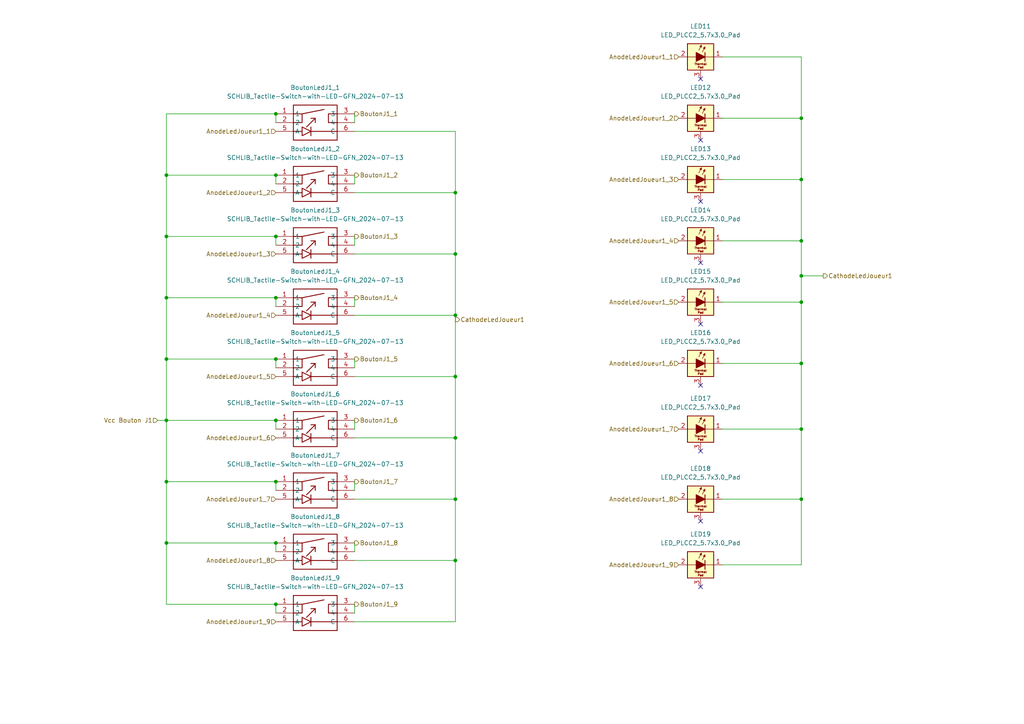
<source format=kicad_sch>
(kicad_sch (version 20231120) (generator "eeschema") (generator_version "8.0")
  (paper "A4")
  (lib_symbols
    (symbol "6MM SWITCH WITH LED GFN:SCHLIB_Tactile-Switch-with-LED-GFN_2024-07-13"
      (property "Reference" "S10" (at 6.35 5.08 0))
      (property "Value" "SCHLIB_Tactile-Switch-with-LED-GFN_2024-07-13" (at 6.35 2.54 0))
      (symbol "SCHLIB_Tactile-Switch-with-LED-GFN_2024-07-13_0_0"
        (polyline (pts (xy 2.54 -7.62) (xy 0 -7.62)) (stroke (width 0.254)))
        (polyline (pts (xy 2.54 -2.54) (xy 8.89 -1.27)) (stroke (width 0.254)))
        (polyline (pts (xy 5.08 -7.62) (xy 12.7 -7.62)) (stroke (width 0.254)))
        (polyline (pts (xy 5.08 -6.35) (xy 5.08 -8.89)) (stroke (width 0.254)))
        (polyline (pts (xy 6.35 -3.81) (xy 6.35 -5.08)) (stroke (width 0.254)))
        (polyline (pts (xy 3.81 -6.35) (xy 6.35 -3.81) (xy 5.08 -3.81)) (stroke (width 0.254)))
        (polyline (pts (xy 0 -2.54) (xy 2.54 -2.54) (xy 2.54 -5.08) (xy 0 -5.08)) (stroke (width 0.254)))
        (polyline (pts (xy 2.54 -6.35) (xy 5.08 -7.62) (xy 2.54 -8.89) (xy 2.54 -6.35)) (stroke (width 0.254)))
        (polyline (pts (xy 12.7 -2.54) (xy 10.16 -2.54) (xy 10.16 -5.08) (xy 12.7 -5.08)) (stroke (width 0.254)))
        (rectangle (start 0 0) (end 12.7 -10.16) (stroke (width 0.254)))
      )
      (symbol "SCHLIB_Tactile-Switch-with-LED-GFN_2024-07-13_1_0"
        (pin bidirectional line (at -5.08 -2.54 0) (length 5.08) (name "1") (number "1"))
        (pin bidirectional line (at -5.08 -5.08 0) (length 5.08) (name "2") (number "2"))
        (pin bidirectional line (at 17.78 -2.54 180) (length 5.08) (name "3") (number "3"))
        (pin bidirectional line (at 17.78 -5.08 180) (length 5.08) (name "4") (number "4"))
        (pin passive line (at -5.08 -7.62 0) (length 5.08) (name "A") (number "5"))
        (pin passive line (at 17.78 -7.62 180) (length 5.08) (name "C") (number "6"))
      )
    )
    (symbol "PCM_LED_AKL:LED_PLCC2_5.7x3.0_Pad" (pin_names (offset 1.016) hide)
      (property "Reference" "LED" (at 0 7.62 0))
      (property "Value" "LED_PLCC2_5.7x3.0_Pad" (at 0 5.08 0))
      (symbol "LED_PLCC2_5.7x3.0_Pad_0_1"
        (polyline (pts (xy -0.508 1.905) (xy 0.254 3.429)) (stroke (width 0.1524)))
        (polyline (pts (xy 0.508 1.397) (xy 1.27 2.921)) (stroke (width 0.1524)))
        (polyline (pts (xy 1.27 1.27) (xy 1.27 -1.27)) (stroke (width 0.254)))
        (polyline (pts (xy 0.254 2.794) (xy -0.254 3.048) (xy 0.254 3.429) (xy 0.254 2.794)) (fill (type outline)))
        (polyline (pts (xy 1.27 2.286) (xy 0.762 2.54) (xy 1.27 2.921) (xy 1.27 2.286)) (stroke (width 0.1524)) (fill (type outline)))
      )
      (symbol "LED_PLCC2_5.7x3.0_Pad_0_2"
        (polyline (pts (xy -2.54 -2.54) (xy -0.889 -0.889)))
        (polyline (pts (xy -1.651 0.889) (xy -2.159 2.413)))
        (polyline (pts (xy -0.508 1.27) (xy -1.016 2.794)))
        (polyline (pts (xy 0 1.778) (xy 1.778 0)) (stroke (width 0.254)))
        (polyline (pts (xy 0.889 0.889) (xy 2.54 2.54)))
        (polyline (pts (xy -2.159 2.413) (xy -2.286 1.778) (xy -1.6764 1.9812) (xy -2.159 2.413)) (fill (type outline)))
        (polyline (pts (xy -1.016 2.794) (xy -1.143 2.159) (xy -0.5334 2.3622) (xy -1.016 2.794)) (fill (type outline)))
        (polyline (pts (xy -0.889 -0.889) (xy -1.778 0) (xy 0.889 0.889) (xy 0 -1.778) (xy -0.889 -0.889)) (stroke (width 0.254)) (fill (type color) (color 255 255 255 1)))
      )
      (symbol "LED_PLCC2_5.7x3.0_Pad_1_1"
        (rectangle (start -3.81 3.81) (end 3.81 -3.81) (stroke (width 0.254)) (fill (type background)))
        (polyline (pts (xy -3.81 0) (xy -1.27 0)))
        (polyline (pts (xy 1.27 0) (xy 3.81 0)))
        (polyline (pts (xy -1.27 1.27) (xy -1.27 -1.27) (xy 1.27 0) (xy -1.27 1.27)) (stroke (width 0.254)) (fill (type outline)))
        (text "Thermal\nPad" (at 0 -2.54 0) (effects (font (size 0.6 0.6))))
        (pin passive line (at 6.35 0 180) (length 2.54) (name "K") (number "1"))
        (pin passive line (at -6.35 0 0) (length 2.54) (name "A") (number "2"))
        (pin passive line (at 0 -6.35 90) (length 2.54) (name "PAD") (number "3"))
      )
      (symbol "LED_PLCC2_5.7x3.0_Pad_1_2"
        (pin passive line (at 2.54 2.54 180) (length 0) (name "K") (number "1"))
        (pin passive line (at -2.54 -2.54 0) (length 0) (name "A") (number "2"))
      )
    )
  )
  (junction (at 132.08 73.66))
  (junction (at 48.26 157.48))
  (junction (at 132.08 91.44))
  (junction (at 132.08 109.22))
  (junction (at 48.26 139.7))
  (junction (at 232.41 69.85))
  (junction (at 232.41 105.41))
  (junction (at 48.26 50.8))
  (junction (at 80.01 68.58))
  (junction (at 132.08 127))
  (junction (at 80.01 121.92))
  (junction (at 232.41 124.46))
  (junction (at 232.41 144.78))
  (junction (at 232.41 52.07))
  (junction (at 80.01 86.36))
  (junction (at 48.26 86.36))
  (junction (at 132.08 55.88))
  (junction (at 48.26 68.58))
  (junction (at 132.08 162.56))
  (junction (at 232.41 80.01))
  (junction (at 80.01 139.7))
  (junction (at 80.01 50.8))
  (junction (at 80.01 104.14))
  (junction (at 132.08 144.78))
  (junction (at 48.26 121.92))
  (junction (at 48.26 104.14))
  (junction (at 232.41 87.63))
  (junction (at 80.01 33.02))
  (junction (at 80.01 175.26))
  (junction (at 80.01 157.48))
  (junction (at 232.41 34.29))
  (no_connect (at 203.2 151.13))
  (no_connect (at 203.2 170.18))
  (no_connect (at 203.2 130.81))
  (no_connect (at 203.2 40.64))
  (no_connect (at 203.2 93.98))
  (no_connect (at 203.2 111.76))
  (no_connect (at 203.2 76.2))
  (no_connect (at 203.2 22.86))
  (no_connect (at 203.2 58.42))
  (wire (pts (xy 209.55 69.85) (xy 232.41 69.85)))
  (wire (pts (xy 232.41 52.07) (xy 232.41 69.85)))
  (wire (pts (xy 48.26 50.8) (xy 48.26 68.58)))
  (wire (pts (xy 209.55 34.29) (xy 232.41 34.29)))
  (wire (pts (xy 209.55 105.41) (xy 232.41 105.41)))
  (wire (pts (xy 102.87 86.36) (xy 102.87 88.9)))
  (wire (pts (xy 102.87 33.02) (xy 102.87 35.56)))
  (wire (pts (xy 48.26 104.14) (xy 80.01 104.14)))
  (wire (pts (xy 209.55 87.63) (xy 232.41 87.63)))
  (wire (pts (xy 209.55 124.46) (xy 232.41 124.46)))
  (wire (pts (xy 102.87 38.1) (xy 132.08 38.1)))
  (wire (pts (xy 48.26 104.14) (xy 48.26 121.92)))
  (wire (pts (xy 48.26 157.48) (xy 48.26 175.26)))
  (wire (pts (xy 102.87 127) (xy 132.08 127)))
  (wire (pts (xy 132.08 91.44) (xy 132.08 109.22)))
  (wire (pts (xy 48.26 33.02) (xy 48.26 50.8)))
  (wire (pts (xy 232.41 34.29) (xy 232.41 52.07)))
  (wire (pts (xy 232.41 87.63) (xy 232.41 80.01)))
  (wire (pts (xy 45.72 121.92) (xy 48.26 121.92)))
  (wire (pts (xy 209.55 163.83) (xy 232.41 163.83)))
  (wire (pts (xy 102.87 121.92) (xy 102.87 124.46)))
  (wire (pts (xy 102.87 109.22) (xy 132.08 109.22)))
  (wire (pts (xy 102.87 175.26) (xy 102.87 177.8)))
  (wire (pts (xy 102.87 68.58) (xy 102.87 71.12)))
  (wire (pts (xy 102.87 180.34) (xy 132.08 180.34)))
  (wire (pts (xy 102.87 157.48) (xy 102.87 160.02)))
  (wire (pts (xy 48.26 50.8) (xy 80.01 50.8)))
  (wire (pts (xy 80.01 68.58) (xy 80.01 71.12)))
  (wire (pts (xy 102.87 139.7) (xy 102.87 142.24)))
  (wire (pts (xy 48.26 121.92) (xy 48.26 139.7)))
  (wire (pts (xy 132.08 38.1) (xy 132.08 55.88)))
  (wire (pts (xy 209.55 144.78) (xy 232.41 144.78)))
  (wire (pts (xy 209.55 16.51) (xy 232.41 16.51)))
  (wire (pts (xy 232.41 80.01) (xy 238.76 80.01)))
  (wire (pts (xy 48.26 86.36) (xy 48.26 104.14)))
  (wire (pts (xy 80.01 121.92) (xy 80.01 124.46)))
  (wire (pts (xy 80.01 50.8) (xy 80.01 53.34)))
  (wire (pts (xy 48.26 121.92) (xy 80.01 121.92)))
  (wire (pts (xy 102.87 55.88) (xy 132.08 55.88)))
  (wire (pts (xy 132.08 144.78) (xy 132.08 162.56)))
  (wire (pts (xy 80.01 86.36) (xy 80.01 88.9)))
  (wire (pts (xy 48.26 33.02) (xy 80.01 33.02)))
  (wire (pts (xy 132.08 73.66) (xy 132.08 91.44)))
  (wire (pts (xy 48.26 139.7) (xy 48.26 157.48)))
  (wire (pts (xy 132.08 127) (xy 132.08 144.78)))
  (wire (pts (xy 102.87 73.66) (xy 132.08 73.66)))
  (wire (pts (xy 132.08 180.34) (xy 132.08 162.56)))
  (wire (pts (xy 132.08 109.22) (xy 132.08 127)))
  (wire (pts (xy 102.87 162.56) (xy 132.08 162.56)))
  (wire (pts (xy 232.41 124.46) (xy 232.41 105.41)))
  (wire (pts (xy 102.87 144.78) (xy 132.08 144.78)))
  (wire (pts (xy 48.26 157.48) (xy 80.01 157.48)))
  (wire (pts (xy 80.01 175.26) (xy 80.01 177.8)))
  (wire (pts (xy 232.41 16.51) (xy 232.41 34.29)))
  (wire (pts (xy 48.26 68.58) (xy 80.01 68.58)))
  (wire (pts (xy 232.41 105.41) (xy 232.41 87.63)))
  (wire (pts (xy 102.87 91.44) (xy 132.08 91.44)))
  (wire (pts (xy 80.01 104.14) (xy 80.01 106.68)))
  (wire (pts (xy 48.26 86.36) (xy 80.01 86.36)))
  (wire (pts (xy 232.41 163.83) (xy 232.41 144.78)))
  (wire (pts (xy 48.26 68.58) (xy 48.26 86.36)))
  (wire (pts (xy 132.08 55.88) (xy 132.08 73.66)))
  (wire (pts (xy 48.26 139.7) (xy 80.01 139.7)))
  (wire (pts (xy 209.55 52.07) (xy 232.41 52.07)))
  (wire (pts (xy 80.01 139.7) (xy 80.01 142.24)))
  (wire (pts (xy 80.01 157.48) (xy 80.01 160.02)))
  (wire (pts (xy 102.87 104.14) (xy 102.87 106.68)))
  (wire (pts (xy 232.41 144.78) (xy 232.41 124.46)))
  (wire (pts (xy 102.87 50.8) (xy 102.87 53.34)))
  (wire (pts (xy 232.41 69.85) (xy 232.41 80.01)))
  (wire (pts (xy 80.01 175.26) (xy 48.26 175.26)))
  (wire (pts (xy 80.01 33.02) (xy 80.01 35.56)))
  (hierarchical_label "BoutonJ1_4" (shape output) (at 102.87 86.36 0))
  (hierarchical_label "CathodeLedJoueur1" (shape output) (at 132.08 92.71 0))
  (hierarchical_label "AnodeLedJoueur1_4" (shape input) (at 196.85 69.85 180))
  (hierarchical_label "BoutonJ1_8" (shape output) (at 102.87 157.48 0))
  (hierarchical_label "AnodeLedJoueur1_7" (shape input) (at 196.85 124.46 180))
  (hierarchical_label "Vcc Bouton J1" (shape input) (at 45.72 121.92 180))
  (hierarchical_label "BoutonJ1_2" (shape output) (at 102.87 50.8 0))
  (hierarchical_label "AnodeLedJoueur1_1" (shape input) (at 196.85 16.51 180))
  (hierarchical_label "CathodeLedJoueur1" (shape output) (at 238.76 80.01 0))
  (hierarchical_label "BoutonJ1_3" (shape output) (at 102.87 68.58 0))
  (hierarchical_label "AnodeLedJoueur1_2" (shape input) (at 196.85 34.29 180))
  (hierarchical_label "AnodeLedJoueur1_7" (shape input) (at 80.01 144.78 180))
  (hierarchical_label "AnodeLedJoueur1_5" (shape input) (at 196.85 87.63 180))
  (hierarchical_label "AnodeLedJoueur1_3" (shape input) (at 80.01 73.66 180))
  (hierarchical_label "BoutonJ1_1" (shape output) (at 102.87 33.02 0))
  (hierarchical_label "BoutonJ1_9" (shape output) (at 102.87 175.26 0))
  (hierarchical_label "AnodeLedJoueur1_5" (shape input) (at 80.01 109.22 180))
  (hierarchical_label "BoutonJ1_7" (shape output) (at 102.87 139.7 0))
  (hierarchical_label "AnodeLedJoueur1_9" (shape input) (at 196.85 163.83 180))
  (hierarchical_label "AnodeLedJoueur1_2" (shape input) (at 80.01 55.88 180))
  (hierarchical_label "AnodeLedJoueur1_9" (shape input) (at 80.01 180.34 180))
  (hierarchical_label "AnodeLedJoueur1_6" (shape input) (at 196.85 105.41 180))
  (hierarchical_label "AnodeLedJoueur1_8" (shape input) (at 196.85 144.78 180))
  (hierarchical_label "BoutonJ1_6" (shape output) (at 102.87 121.92 0))
  (hierarchical_label "AnodeLedJoueur1_1" (shape input) (at 80.01 38.1 180))
  (hierarchical_label "AnodeLedJoueur1_3" (shape input) (at 196.85 52.07 180))
  (hierarchical_label "AnodeLedJoueur1_8" (shape input) (at 80.01 162.56 180))
  (hierarchical_label "AnodeLedJoueur1_4" (shape input) (at 80.01 91.44 180))
  (hierarchical_label "BoutonJ1_5" (shape output) (at 102.87 104.14 0))
  (hierarchical_label "AnodeLedJoueur1_6" (shape input) (at 80.01 127 180))
  (symbol (lib_id "PCM_LED_AKL:LED_PLCC2_5.7x3.0_Pad") (at 203.2 87.63 0) (unit 1)
    (property "Reference" "LED15" (at 203.2 78.74 0))
    (property "Value" "LED_PLCC2_5.7x3.0_Pad" (at 203.2 81.28 0))
    (property "Footprint" "PCM_LED_SMD_AKL:LED_Yuji_5730" (effects (hide yes)))
    (property "Description" "LED with thermal pad, PLCC2 5.7mm length, 3.0mm width, Alternate KiCad Library" (effects (hide yes)))
  )
  (symbol (lib_id "PCM_LED_AKL:LED_PLCC2_5.7x3.0_Pad") (at 203.2 105.41 0) (unit 1)
    (property "Reference" "LED16" (at 203.2 96.52 0))
    (property "Value" "LED_PLCC2_5.7x3.0_Pad" (at 203.2 99.06 0))
    (property "Footprint" "PCM_LED_SMD_AKL:LED_Yuji_5730" (effects (hide yes)))
    (property "Description" "LED with thermal pad, PLCC2 5.7mm length, 3.0mm width, Alternate KiCad Library" (effects (hide yes)))
  )
  (symbol (lib_id "PCM_LED_AKL:LED_PLCC2_5.7x3.0_Pad") (at 203.2 52.07 0) (unit 1)
    (property "Reference" "LED13" (at 203.2 43.18 0))
    (property "Value" "LED_PLCC2_5.7x3.0_Pad" (at 203.2 45.72 0))
    (property "Footprint" "PCM_LED_SMD_AKL:LED_Yuji_5730" (effects (hide yes)))
    (property "Description" "LED with thermal pad, PLCC2 5.7mm length, 3.0mm width, Alternate KiCad Library" (effects (hide yes)))
  )
  (symbol (lib_id "6MM SWITCH WITH LED GFN:SCHLIB_Tactile-Switch-with-LED-GFN_2024-07-13") (at 85.09 172.72 0) (unit 1)
    (property "Reference" "BoutonLedJ1_9" (at 91.44 167.64 0))
    (property "Value" "SCHLIB_Tactile-Switch-with-LED-GFN_2024-07-13" (at 91.44 170.18 0))
    (property "Footprint" "lib:6MM SWITCH WITH LED GFN" (effects (hide yes)))
    (property "Manufacturer Part" "New SchematicLib" (effects (hide yes)))
    (property "Supplier" "Omten Electronics" (effects (hide yes)))
    (property "LCSC Part #" "C354964" (effects (hide yes)))
  )
  (symbol (lib_id "6MM SWITCH WITH LED GFN:SCHLIB_Tactile-Switch-with-LED-GFN_2024-07-13") (at 85.09 137.16 0) (unit 1)
    (property "Reference" "BoutonLedJ1_7" (at 91.44 132.08 0))
    (property "Value" "SCHLIB_Tactile-Switch-with-LED-GFN_2024-07-13" (at 91.44 134.62 0))
    (property "Footprint" "lib:6MM SWITCH WITH LED GFN" (effects (hide yes)))
    (property "Manufacturer Part" "New SchematicLib" (effects (hide yes)))
    (property "Supplier" "Omten Electronics" (effects (hide yes)))
    (property "LCSC Part #" "C354964" (effects (hide yes)))
  )
  (symbol (lib_id "PCM_LED_AKL:LED_PLCC2_5.7x3.0_Pad") (at 203.2 16.51 0) (unit 1)
    (property "Reference" "LED11" (at 203.2 7.62 0))
    (property "Value" "LED_PLCC2_5.7x3.0_Pad" (at 203.2 10.16 0))
    (property "Footprint" "PCM_LED_SMD_AKL:LED_Yuji_5730" (effects (hide yes)))
    (property "Description" "LED with thermal pad, PLCC2 5.7mm length, 3.0mm width, Alternate KiCad Library" (effects (hide yes)))
  )
  (symbol (lib_id "PCM_LED_AKL:LED_PLCC2_5.7x3.0_Pad") (at 203.2 69.85 0) (unit 1)
    (property "Reference" "LED14" (at 203.2 60.96 0))
    (property "Value" "LED_PLCC2_5.7x3.0_Pad" (at 203.2 63.5 0))
    (property "Footprint" "PCM_LED_SMD_AKL:LED_Yuji_5730" (effects (hide yes)))
    (property "Description" "LED with thermal pad, PLCC2 5.7mm length, 3.0mm width, Alternate KiCad Library" (effects (hide yes)))
  )
  (symbol (lib_id "6MM SWITCH WITH LED GFN:SCHLIB_Tactile-Switch-with-LED-GFN_2024-07-13") (at 85.09 83.82 0) (unit 1)
    (property "Reference" "BoutonLedJ1_4" (at 91.44 78.74 0))
    (property "Value" "SCHLIB_Tactile-Switch-with-LED-GFN_2024-07-13" (at 91.44 81.28 0))
    (property "Footprint" "lib:6MM SWITCH WITH LED GFN" (effects (hide yes)))
    (property "Manufacturer Part" "New SchematicLib" (effects (hide yes)))
    (property "Supplier" "Omten Electronics" (effects (hide yes)))
    (property "LCSC Part #" "C354964" (effects (hide yes)))
  )
  (symbol (lib_id "6MM SWITCH WITH LED GFN:SCHLIB_Tactile-Switch-with-LED-GFN_2024-07-13") (at 85.09 66.04 0) (unit 1)
    (property "Reference" "BoutonLedJ1_3" (at 91.44 60.96 0))
    (property "Value" "SCHLIB_Tactile-Switch-with-LED-GFN_2024-07-13" (at 91.44 63.5 0))
    (property "Footprint" "lib:6MM SWITCH WITH LED GFN" (effects (hide yes)))
    (property "Manufacturer Part" "New SchematicLib" (effects (hide yes)))
    (property "Supplier" "Omten Electronics" (effects (hide yes)))
    (property "LCSC Part #" "C354964" (effects (hide yes)))
  )
  (symbol (lib_id "6MM SWITCH WITH LED GFN:SCHLIB_Tactile-Switch-with-LED-GFN_2024-07-13") (at 85.09 154.94 0) (unit 1)
    (property "Reference" "BoutonLedJ1_8" (at 91.44 149.86 0))
    (property "Value" "SCHLIB_Tactile-Switch-with-LED-GFN_2024-07-13" (at 91.44 152.4 0))
    (property "Footprint" "lib:6MM SWITCH WITH LED GFN" (effects (hide yes)))
    (property "Manufacturer Part" "New SchematicLib" (effects (hide yes)))
    (property "Supplier" "Omten Electronics" (effects (hide yes)))
    (property "LCSC Part #" "C354964" (effects (hide yes)))
  )
  (symbol (lib_id "6MM SWITCH WITH LED GFN:SCHLIB_Tactile-Switch-with-LED-GFN_2024-07-13") (at 85.09 101.6 0) (unit 1)
    (property "Reference" "BoutonLedJ1_5" (at 91.44 96.52 0))
    (property "Value" "SCHLIB_Tactile-Switch-with-LED-GFN_2024-07-13" (at 91.44 99.06 0))
    (property "Footprint" "lib:6MM SWITCH WITH LED GFN" (effects (hide yes)))
    (property "Manufacturer Part" "New SchematicLib" (effects (hide yes)))
    (property "Supplier" "Omten Electronics" (effects (hide yes)))
    (property "LCSC Part #" "C354964" (effects (hide yes)))
  )
  (symbol (lib_id "PCM_LED_AKL:LED_PLCC2_5.7x3.0_Pad") (at 203.2 124.46 0) (unit 1)
    (property "Reference" "LED17" (at 203.2 115.57 0))
    (property "Value" "LED_PLCC2_5.7x3.0_Pad" (at 203.2 118.11 0))
    (property "Footprint" "PCM_LED_SMD_AKL:LED_Yuji_5730" (effects (hide yes)))
    (property "Description" "LED with thermal pad, PLCC2 5.7mm length, 3.0mm width, Alternate KiCad Library" (effects (hide yes)))
  )
  (symbol (lib_id "6MM SWITCH WITH LED GFN:SCHLIB_Tactile-Switch-with-LED-GFN_2024-07-13") (at 85.09 119.38 0) (unit 1)
    (property "Reference" "BoutonLedJ1_6" (at 91.44 114.3 0))
    (property "Value" "SCHLIB_Tactile-Switch-with-LED-GFN_2024-07-13" (at 91.44 116.84 0))
    (property "Footprint" "lib:6MM SWITCH WITH LED GFN" (effects (hide yes)))
    (property "Manufacturer Part" "New SchematicLib" (effects (hide yes)))
    (property "Supplier" "Omten Electronics" (effects (hide yes)))
    (property "LCSC Part #" "C354964" (effects (hide yes)))
  )
  (symbol (lib_id "PCM_LED_AKL:LED_PLCC2_5.7x3.0_Pad") (at 203.2 144.78 0) (unit 1)
    (property "Reference" "LED18" (at 203.2 135.89 0))
    (property "Value" "LED_PLCC2_5.7x3.0_Pad" (at 203.2 138.43 0))
    (property "Footprint" "PCM_LED_SMD_AKL:LED_Yuji_5730" (effects (hide yes)))
    (property "Description" "LED with thermal pad, PLCC2 5.7mm length, 3.0mm width, Alternate KiCad Library" (effects (hide yes)))
  )
  (symbol (lib_id "6MM SWITCH WITH LED GFN:SCHLIB_Tactile-Switch-with-LED-GFN_2024-07-13") (at 85.09 48.26 0) (unit 1)
    (property "Reference" "BoutonLedJ1_2" (at 91.44 43.18 0))
    (property "Value" "SCHLIB_Tactile-Switch-with-LED-GFN_2024-07-13" (at 91.44 45.72 0))
    (property "Footprint" "lib:6MM SWITCH WITH LED GFN" (effects (hide yes)))
    (property "Manufacturer Part" "New SchematicLib" (effects (hide yes)))
    (property "Supplier" "Omten Electronics" (effects (hide yes)))
    (property "LCSC Part #" "C354964" (effects (hide yes)))
  )
  (symbol (lib_id "6MM SWITCH WITH LED GFN:SCHLIB_Tactile-Switch-with-LED-GFN_2024-07-13") (at 85.09 30.48 0) (unit 1)
    (property "Reference" "BoutonLedJ1_1" (at 91.44 25.4 0))
    (property "Value" "SCHLIB_Tactile-Switch-with-LED-GFN_2024-07-13" (at 91.44 27.94 0))
    (property "Footprint" "lib:6MM SWITCH WITH LED GFN" (effects (hide yes)))
    (property "Manufacturer Part" "New SchematicLib" (effects (hide yes)))
    (property "Supplier" "Omten Electronics" (effects (hide yes)))
    (property "LCSC Part #" "C354964" (effects (hide yes)))
  )
  (symbol (lib_id "PCM_LED_AKL:LED_PLCC2_5.7x3.0_Pad") (at 203.2 34.29 0) (unit 1)
    (property "Reference" "LED12" (at 203.2 25.4 0))
    (property "Value" "LED_PLCC2_5.7x3.0_Pad" (at 203.2 27.94 0))
    (property "Footprint" "PCM_LED_SMD_AKL:LED_Yuji_5730" (effects (hide yes)))
    (property "Description" "LED with thermal pad, PLCC2 5.7mm length, 3.0mm width, Alternate KiCad Library" (effects (hide yes)))
  )
  (symbol (lib_id "PCM_LED_AKL:LED_PLCC2_5.7x3.0_Pad") (at 203.2 163.83 0) (unit 1)
    (property "Reference" "LED19" (at 203.2 154.94 0))
    (property "Value" "LED_PLCC2_5.7x3.0_Pad" (at 203.2 157.48 0))
    (property "Footprint" "PCM_LED_SMD_AKL:LED_Yuji_5730" (effects (hide yes)))
    (property "Description" "LED with thermal pad, PLCC2 5.7mm length, 3.0mm width, Alternate KiCad Library" (effects (hide yes)))
  )
)
</source>
